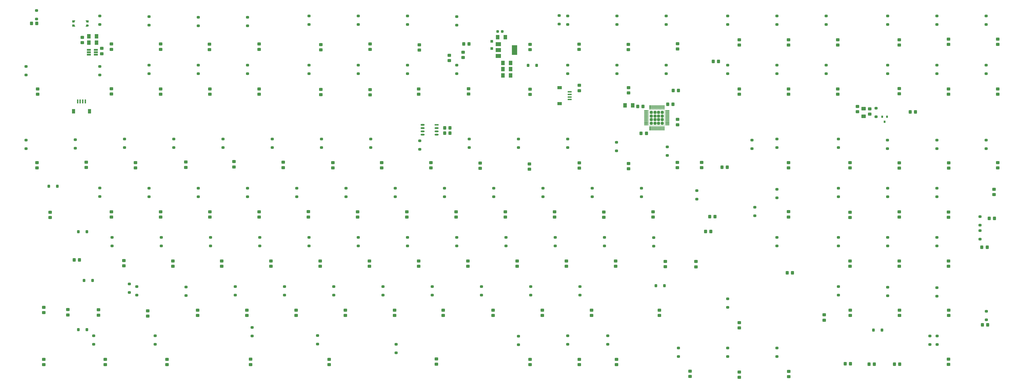
<source format=gbr>
G04 #@! TF.GenerationSoftware,KiCad,Pcbnew,(6.0.5)*
G04 #@! TF.CreationDate,2022-06-06T08:19:00-04:00*
G04 #@! TF.ProjectId,Boston-keyboard-V06-1D,426f7374-6f6e-42d6-9b65-79626f617264,rev?*
G04 #@! TF.SameCoordinates,Original*
G04 #@! TF.FileFunction,Paste,Bot*
G04 #@! TF.FilePolarity,Positive*
%FSLAX46Y46*%
G04 Gerber Fmt 4.6, Leading zero omitted, Abs format (unit mm)*
G04 Created by KiCad (PCBNEW (6.0.5)) date 2022-06-06 08:19:00*
%MOMM*%
%LPD*%
G01*
G04 APERTURE LIST*
G04 Aperture macros list*
%AMRoundRect*
0 Rectangle with rounded corners*
0 $1 Rounding radius*
0 $2 $3 $4 $5 $6 $7 $8 $9 X,Y pos of 4 corners*
0 Add a 4 corners polygon primitive as box body*
4,1,4,$2,$3,$4,$5,$6,$7,$8,$9,$2,$3,0*
0 Add four circle primitives for the rounded corners*
1,1,$1+$1,$2,$3*
1,1,$1+$1,$4,$5*
1,1,$1+$1,$6,$7*
1,1,$1+$1,$8,$9*
0 Add four rect primitives between the rounded corners*
20,1,$1+$1,$2,$3,$4,$5,0*
20,1,$1+$1,$4,$5,$6,$7,0*
20,1,$1+$1,$6,$7,$8,$9,0*
20,1,$1+$1,$8,$9,$2,$3,0*%
%AMFreePoly0*
4,1,30,0.525059,0.400000,0.532183,0.397025,0.539142,0.394142,0.539154,0.394113,0.539183,0.394101,0.542091,0.387023,0.545000,0.380000,0.545000,-0.380000,0.539142,-0.394142,0.525000,-0.400000,-0.650000,-0.400000,-0.664142,-0.394142,-0.670000,-0.380000,-0.664142,-0.365858,-0.655245,-0.362173,-0.655309,-0.362083,-0.652804,-0.346982,-0.648525,-0.343921,-0.554181,-0.175756,-0.473638,0.004780,
-0.409952,0.191928,-0.364797,0.379387,-0.365041,0.380580,-0.365871,0.382599,-0.365592,0.383267,-0.365853,0.384541,-0.363693,0.387815,-0.359972,0.396724,-0.345813,0.402541,0.525059,0.400000,0.525059,0.400000,$1*%
%AMFreePoly1*
4,1,34,0.539142,0.394142,0.545000,0.380000,0.545000,-0.380000,0.542091,-0.387023,0.539183,-0.394101,0.539154,-0.394113,0.539142,-0.394142,0.532183,-0.397025,0.525059,-0.400000,-0.345813,-0.402541,-0.359972,-0.396724,-0.365871,-0.382599,-0.363699,-0.377313,-0.368760,-0.369759,-0.367711,-0.364454,-0.414942,-0.174744,-0.481229,0.014483,-0.564791,0.196743,-0.661662,0.364831,-0.664142,0.365858,
-0.665002,0.367933,-0.666846,0.369219,-0.667839,0.374782,-0.670000,0.380000,-0.669140,0.382076,-0.669535,0.384289,-0.666303,0.388925,-0.664142,0.394142,-0.662067,0.395002,-0.660781,0.396846,-0.655218,0.397839,-0.650000,0.400000,0.525000,0.400000,0.539142,0.394142,0.539142,0.394142,$1*%
%AMFreePoly2*
4,1,33,0.319736,0.407785,0.429772,0.357533,0.521194,0.278316,0.586594,0.176551,0.620674,0.060484,0.620674,-0.060484,0.586594,-0.176551,0.521194,-0.278316,0.429772,-0.357533,0.319736,-0.407785,0.199999,-0.425000,-0.575001,-0.424979,-0.592678,-0.417657,-0.600000,-0.399978,-0.592678,-0.382301,-0.590148,-0.381253,-0.588853,-0.372454,-0.584377,-0.369127,-0.488092,-0.190005,-0.406501,0.001887,
-0.342723,0.200411,-0.298808,0.397122,-0.300000,0.400000,-0.299129,0.402104,-0.299623,0.404329,-0.295567,0.410704,-0.292678,0.417678,-0.290574,0.418549,-0.289351,0.420472,-0.281976,0.422110,-0.275000,0.425000,0.200000,0.425000,0.319736,0.407785,0.319736,0.407785,$1*%
G04 Aperture macros list end*
%ADD10RoundRect,0.249999X-0.325001X-0.450001X0.325001X-0.450001X0.325001X0.450001X-0.325001X0.450001X0*%
%ADD11RoundRect,0.250000X-0.350000X0.250000X-0.350000X-0.250000X0.350000X-0.250000X0.350000X0.250000X0*%
%ADD12RoundRect,0.249999X0.325001X0.450001X-0.325001X0.450001X-0.325001X-0.450001X0.325001X-0.450001X0*%
%ADD13RoundRect,0.249999X-0.450001X0.325001X-0.450001X-0.325001X0.450001X-0.325001X0.450001X0.325001X0*%
%ADD14RoundRect,0.250001X-0.462499X-0.624999X0.462499X-0.624999X0.462499X0.624999X-0.462499X0.624999X0*%
%ADD15RoundRect,0.250000X0.250000X0.350000X-0.250000X0.350000X-0.250000X-0.350000X0.250000X-0.350000X0*%
%ADD16RoundRect,0.250000X0.325000X0.450000X-0.325000X0.450000X-0.325000X-0.450000X0.325000X-0.450000X0*%
%ADD17RoundRect,0.249999X0.450001X-0.325001X0.450001X0.325001X-0.450001X0.325001X-0.450001X-0.325001X0*%
%ADD18R,2.000000X1.500000*%
%ADD19R,2.000000X3.800000*%
%ADD20R,1.550000X0.600000*%
%ADD21RoundRect,0.300000X0.475000X0.000000X-0.475000X0.000000X-0.475000X0.000000X0.475000X0.000000X0*%
%ADD22RoundRect,0.250000X-0.450000X0.325000X-0.450000X-0.325000X0.450000X-0.325000X0.450000X0.325000X0*%
%ADD23R,1.100000X1.100000*%
%ADD24R,1.800000X1.200000*%
%ADD25RoundRect,0.237500X0.287500X0.237500X-0.287500X0.237500X-0.287500X-0.237500X0.287500X-0.237500X0*%
%ADD26RoundRect,0.250001X-0.624999X0.462499X-0.624999X-0.462499X0.624999X-0.462499X0.624999X0.462499X0*%
%ADD27RoundRect,0.250000X0.450000X-0.325000X0.450000X0.325000X-0.450000X0.325000X-0.450000X-0.325000X0*%
%ADD28RoundRect,0.075000X0.662500X0.075000X-0.662500X0.075000X-0.662500X-0.075000X0.662500X-0.075000X0*%
%ADD29RoundRect,0.075000X0.075000X0.662500X-0.075000X0.662500X-0.075000X-0.662500X0.075000X-0.662500X0*%
%ADD30RoundRect,0.250000X-0.325000X-0.450000X0.325000X-0.450000X0.325000X0.450000X-0.325000X0.450000X0*%
%ADD31R,1.560000X0.650000*%
%ADD32R,0.600000X1.550000*%
%ADD33R,1.200000X1.800000*%
%ADD34RoundRect,0.250000X0.315000X0.315000X-0.315000X0.315000X-0.315000X-0.315000X0.315000X-0.315000X0*%
%ADD35RoundRect,0.062500X0.375000X0.062500X-0.375000X0.062500X-0.375000X-0.062500X0.375000X-0.062500X0*%
%ADD36RoundRect,0.062500X0.062500X0.375000X-0.062500X0.375000X-0.062500X-0.375000X0.062500X-0.375000X0*%
%ADD37FreePoly0,180.000000*%
%ADD38FreePoly1,180.000000*%
%ADD39FreePoly2,0.000000*%
%ADD40FreePoly1,0.000000*%
%ADD41R,0.800000X0.900000*%
G04 APERTURE END LIST*
D10*
X374855000Y-168121250D03*
X376905000Y-168121250D03*
D11*
X124578750Y-100113750D03*
X124578750Y-103413750D03*
D12*
X78625000Y-127900000D03*
X76575000Y-127900000D03*
D13*
X148153125Y-109311250D03*
X148153125Y-111361250D03*
D14*
X240412500Y-41625000D03*
X243387500Y-41625000D03*
D11*
X238878750Y-100113750D03*
X238878750Y-103413750D03*
D15*
X255450000Y-52600000D03*
X252150000Y-52600000D03*
D14*
X242412500Y-56425000D03*
X245387500Y-56425000D03*
D16*
X221955000Y-78800000D03*
X219905000Y-78800000D03*
D11*
X97908750Y-137261250D03*
X97908750Y-140561250D03*
D13*
X262453125Y-109311250D03*
X262453125Y-111361250D03*
D11*
X286503750Y-52488750D03*
X286503750Y-55788750D03*
D13*
X157440000Y-90102500D03*
X157440000Y-92152500D03*
X67220000Y-109470000D03*
X67220000Y-111520000D03*
X252690000Y-90737500D03*
X252690000Y-92787500D03*
D17*
X290975000Y-46500000D03*
X290975000Y-44450000D03*
D13*
X190777500Y-128361250D03*
X190777500Y-130411250D03*
D11*
X224591250Y-52488750D03*
X224591250Y-55788750D03*
D17*
X252925000Y-46450000D03*
X252925000Y-44400000D03*
D13*
X276740625Y-147411250D03*
X276740625Y-149461250D03*
D18*
X240650000Y-48925000D03*
X240650000Y-46625000D03*
D19*
X246950000Y-46625000D03*
D18*
X240650000Y-44325000D03*
D11*
X276978750Y-100113750D03*
X276978750Y-103413750D03*
D13*
X414853125Y-61686250D03*
X414853125Y-63736250D03*
D11*
X348416250Y-81063750D03*
X348416250Y-84363750D03*
D13*
X171727500Y-128361250D03*
X171727500Y-130411250D03*
D14*
X242412500Y-54025000D03*
X245387500Y-54025000D03*
D13*
X209827500Y-128361250D03*
X209827500Y-130411250D03*
D11*
X57903750Y-52965000D03*
X57903750Y-56265000D03*
D20*
X216800000Y-75585000D03*
D21*
X216800000Y-76855000D03*
X216800000Y-78125000D03*
X216800000Y-79395000D03*
X211400000Y-79395000D03*
X211400000Y-78125000D03*
X211400000Y-76855000D03*
X211400000Y-75585000D03*
D22*
X87200000Y-46000000D03*
X87200000Y-48050000D03*
D11*
X348416250Y-33438750D03*
X348416250Y-36738750D03*
X76953750Y-81318750D03*
X76953750Y-84618750D03*
D13*
X243403125Y-109311250D03*
X243403125Y-111361250D03*
D11*
X115053750Y-81063750D03*
X115053750Y-84363750D03*
D13*
X152677500Y-128361250D03*
X152677500Y-130411250D03*
X352940625Y-42636250D03*
X352940625Y-44686250D03*
D23*
X238150000Y-43225000D03*
X238150000Y-46025000D03*
D11*
X205541250Y-52488750D03*
X205541250Y-55788750D03*
D14*
X82262500Y-41325000D03*
X85237500Y-41325000D03*
D11*
X243641250Y-119163750D03*
X243641250Y-122463750D03*
D13*
X433903125Y-42398125D03*
X433903125Y-44448125D03*
X219352500Y-147411250D03*
X219352500Y-149461250D03*
D17*
X271900000Y-46375000D03*
X271900000Y-44325000D03*
D11*
X329366250Y-33438750D03*
X329366250Y-36738750D03*
X172203750Y-81063750D03*
X172203750Y-84363750D03*
D13*
X302934375Y-147411250D03*
X302934375Y-149461250D03*
X81240000Y-90075000D03*
X81240000Y-92125000D03*
D11*
X219828750Y-100113750D03*
X219828750Y-103413750D03*
D13*
X228877500Y-128361250D03*
X228877500Y-130411250D03*
D22*
X309950000Y-90165000D03*
X309950000Y-92215000D03*
D13*
X110053125Y-109311250D03*
X110053125Y-111361250D03*
X333900000Y-171325000D03*
X333900000Y-173375000D03*
X138390000Y-89857500D03*
X138390000Y-91907500D03*
D11*
X57903750Y-81540000D03*
X57903750Y-84840000D03*
D13*
X64800000Y-146300000D03*
X64800000Y-148350000D03*
X414850000Y-166325000D03*
X414850000Y-168375000D03*
D11*
X167441250Y-119163750D03*
X167441250Y-122463750D03*
D15*
X304950000Y-137925000D03*
X301650000Y-137925000D03*
D17*
X110053125Y-46353125D03*
X110053125Y-44303125D03*
D11*
X410328750Y-100113750D03*
X410328750Y-103413750D03*
D10*
X320800625Y-116924375D03*
X322850625Y-116924375D03*
D16*
X296625000Y-68500000D03*
X294575000Y-68500000D03*
D17*
X210060000Y-46630000D03*
X210060000Y-44580000D03*
D13*
X352940625Y-109238750D03*
X352940625Y-111288750D03*
D11*
X61975000Y-31275000D03*
X61975000Y-34575000D03*
D13*
X281503125Y-109383750D03*
X281503125Y-111433750D03*
X129103125Y-61686250D03*
X129103125Y-63736250D03*
X353020000Y-171075000D03*
X353020000Y-173125000D03*
D11*
X367466250Y-33438750D03*
X367466250Y-36738750D03*
D13*
X95819600Y-128139000D03*
X95819600Y-130189000D03*
D11*
X143628750Y-33915000D03*
X143628750Y-37215000D03*
D13*
X352950000Y-90250000D03*
X352950000Y-92300000D03*
X395803125Y-61520625D03*
X395803125Y-63570625D03*
X91003125Y-61613750D03*
X91003125Y-63663750D03*
X333890625Y-42636250D03*
X333890625Y-44686250D03*
D22*
X366700000Y-149200000D03*
X366700000Y-151250000D03*
D11*
X429500000Y-147775000D03*
X429500000Y-151075000D03*
D13*
X266977500Y-128361250D03*
X266977500Y-130411250D03*
X86002500Y-147252500D03*
X86002500Y-149302500D03*
X414900000Y-147375000D03*
X414900000Y-149425000D03*
D11*
X205541250Y-33438750D03*
X205541250Y-36738750D03*
D13*
X352940625Y-61686250D03*
X352940625Y-63736250D03*
D11*
X317460000Y-101066250D03*
X317460000Y-104366250D03*
D13*
X124340625Y-147411250D03*
X124340625Y-149461250D03*
D11*
X124578750Y-52488750D03*
X124578750Y-55788750D03*
D22*
X79675000Y-41700000D03*
X79675000Y-43750000D03*
D11*
X84097500Y-157263750D03*
X84097500Y-160563750D03*
D13*
X229115625Y-61613750D03*
X229115625Y-63663750D03*
X333900000Y-152175000D03*
X333900000Y-154225000D03*
D20*
X268275000Y-65800000D03*
X268275000Y-64800000D03*
X268275000Y-63800000D03*
X268275000Y-62800000D03*
D24*
X264400000Y-67400000D03*
X264400000Y-61200000D03*
D13*
X62428125Y-61686250D03*
X62428125Y-63736250D03*
X186253125Y-109311250D03*
X186253125Y-111361250D03*
D15*
X81461250Y-117003750D03*
X78161250Y-117003750D03*
D13*
X214590000Y-90261250D03*
X214590000Y-92311250D03*
D11*
X348416250Y-162026250D03*
X348416250Y-165326250D03*
X124578750Y-33915000D03*
X124578750Y-37215000D03*
D25*
X242175000Y-39400000D03*
X240425000Y-39400000D03*
D13*
X271978125Y-60300000D03*
X271978125Y-62350000D03*
D10*
X427718750Y-123036250D03*
X429768750Y-123036250D03*
D11*
X91241250Y-119163750D03*
X91241250Y-122463750D03*
D10*
X322467500Y-111130000D03*
X324517500Y-111130000D03*
D13*
X433850000Y-90250000D03*
X433850000Y-92300000D03*
D11*
X339900000Y-107550000D03*
X339900000Y-110850000D03*
X119816250Y-138435000D03*
X119816250Y-141735000D03*
D10*
X352425000Y-132875000D03*
X354475000Y-132875000D03*
D13*
X129103125Y-109311250D03*
X129103125Y-111361250D03*
D11*
X296028750Y-100113750D03*
X296028750Y-103413750D03*
D13*
X64809375Y-166461250D03*
X64809375Y-168511250D03*
D11*
X86478750Y-52965000D03*
X86478750Y-56265000D03*
D10*
X308275000Y-62275000D03*
X310325000Y-62275000D03*
D13*
X395803125Y-109311250D03*
X395803125Y-111361250D03*
X317140000Y-128545000D03*
X317140000Y-130595000D03*
D11*
X329366250Y-142976250D03*
X329366250Y-146276250D03*
D26*
X382000000Y-69312500D03*
X382000000Y-72287500D03*
D11*
X348416250Y-119163750D03*
X348416250Y-122463750D03*
X429378750Y-52488750D03*
X429378750Y-55788750D03*
D13*
X171965625Y-61851875D03*
X171965625Y-63901875D03*
X162440625Y-147411250D03*
X162440625Y-149461250D03*
X376753125Y-90261250D03*
X376753125Y-92311250D03*
X247927500Y-128361250D03*
X247927500Y-130411250D03*
X200540625Y-147411250D03*
X200540625Y-149461250D03*
D11*
X306020000Y-84180000D03*
X306020000Y-87480000D03*
X129341250Y-119163750D03*
X129341250Y-122463750D03*
D27*
X310030000Y-75560000D03*
X310030000Y-73510000D03*
D13*
X114717200Y-128361250D03*
X114717200Y-130411250D03*
X395803125Y-128361250D03*
X395803125Y-130411250D03*
X205303125Y-109311250D03*
X205303125Y-111361250D03*
D17*
X191015625Y-46353125D03*
X191015625Y-44303125D03*
D13*
X333890625Y-61686250D03*
X333890625Y-63736250D03*
D11*
X329366250Y-162026250D03*
X329366250Y-165326250D03*
X372228750Y-100113750D03*
X372228750Y-103413750D03*
X338800000Y-81550000D03*
X338800000Y-84850000D03*
D13*
X224353125Y-109311250D03*
X224353125Y-111361250D03*
D11*
X176966250Y-138213750D03*
X176966250Y-141513750D03*
X248403750Y-81063750D03*
X248403750Y-84363750D03*
X138866250Y-138213750D03*
X138866250Y-141513750D03*
D14*
X289642500Y-68085000D03*
X292617500Y-68085000D03*
D13*
X286027500Y-128361250D03*
X286027500Y-130411250D03*
X271978125Y-166461250D03*
X271978125Y-168511250D03*
D10*
X384062500Y-168280000D03*
X386112500Y-168280000D03*
D13*
X133627500Y-128361250D03*
X133627500Y-130411250D03*
X105052500Y-147649375D03*
X105052500Y-149699375D03*
D11*
X372228750Y-138213750D03*
X372228750Y-141513750D03*
D13*
X167203125Y-109238750D03*
X167203125Y-111288750D03*
D11*
X305553750Y-33438750D03*
X305553750Y-36738750D03*
D13*
X395803125Y-42636250D03*
X395803125Y-44686250D03*
D11*
X391278750Y-52488750D03*
X391278750Y-55788750D03*
X281741250Y-119163750D03*
X281741250Y-122463750D03*
X286410000Y-82375000D03*
X286410000Y-85675000D03*
D13*
X181490625Y-147411250D03*
X181490625Y-149461250D03*
X432450000Y-100535000D03*
X432450000Y-102585000D03*
D11*
X210250000Y-81775000D03*
X210250000Y-85075000D03*
X348416250Y-52488750D03*
X348416250Y-55788750D03*
D13*
X314790000Y-170990000D03*
X314790000Y-173040000D03*
D11*
X267453750Y-157263750D03*
X267453750Y-160563750D03*
X224591250Y-33693750D03*
X224591250Y-36993750D03*
D13*
X195540000Y-90261250D03*
X195540000Y-92311250D03*
X74096250Y-147173125D03*
X74096250Y-149223125D03*
D11*
X257928750Y-100113750D03*
X257928750Y-103413750D03*
D13*
X143390625Y-147411250D03*
X143390625Y-149461250D03*
D11*
X186491250Y-119163750D03*
X186491250Y-122463750D03*
D13*
X371990625Y-61686250D03*
X371990625Y-63736250D03*
X371990625Y-42636250D03*
X371990625Y-44686250D03*
D11*
X186491250Y-52488750D03*
X186491250Y-55788750D03*
X391278750Y-119163750D03*
X391278750Y-122463750D03*
X215066250Y-138213750D03*
X215066250Y-141513750D03*
D13*
X395800000Y-90300000D03*
X395800000Y-92350000D03*
X291000000Y-61175000D03*
X291000000Y-63225000D03*
X238640625Y-147411250D03*
X238640625Y-149461250D03*
D14*
X242412500Y-51625000D03*
X245387500Y-51625000D03*
D11*
X348416250Y-100590000D03*
X348416250Y-103890000D03*
D22*
X319325000Y-90150000D03*
X319325000Y-92200000D03*
D13*
X175200000Y-166400000D03*
X175200000Y-168450000D03*
D11*
X391200000Y-81540000D03*
X391200000Y-84840000D03*
D13*
X414875000Y-90300000D03*
X414875000Y-92350000D03*
D17*
X171965625Y-46591250D03*
X171965625Y-44541250D03*
D11*
X429378750Y-33438750D03*
X429378750Y-36738750D03*
X196016250Y-138213750D03*
X196016250Y-141513750D03*
X283000000Y-157263750D03*
X283000000Y-160563750D03*
X410328750Y-33438750D03*
X410328750Y-36738750D03*
D13*
X209827500Y-61686250D03*
X209827500Y-63736250D03*
D11*
X410400000Y-157350000D03*
X410400000Y-160650000D03*
D15*
X389050000Y-155100000D03*
X385750000Y-155100000D03*
D11*
X167441250Y-33438750D03*
X167441250Y-36738750D03*
D28*
X306122500Y-70120000D03*
X306122500Y-70620000D03*
X306122500Y-71120000D03*
X306122500Y-71620000D03*
X306122500Y-72120000D03*
X306122500Y-72620000D03*
X306122500Y-73120000D03*
X306122500Y-73620000D03*
X306122500Y-74120000D03*
X306122500Y-74620000D03*
X306122500Y-75120000D03*
X306122500Y-75620000D03*
D29*
X304710000Y-77032500D03*
X304210000Y-77032500D03*
X303710000Y-77032500D03*
X303210000Y-77032500D03*
X302710000Y-77032500D03*
X302210000Y-77032500D03*
X301710000Y-77032500D03*
X301210000Y-77032500D03*
X300710000Y-77032500D03*
X300210000Y-77032500D03*
X299710000Y-77032500D03*
X299210000Y-77032500D03*
D28*
X297797500Y-75620000D03*
X297797500Y-75120000D03*
X297797500Y-74620000D03*
X297797500Y-74120000D03*
X297797500Y-73620000D03*
X297797500Y-73120000D03*
X297797500Y-72620000D03*
X297797500Y-72120000D03*
X297797500Y-71620000D03*
X297797500Y-71120000D03*
X297797500Y-70620000D03*
X297797500Y-70120000D03*
D29*
X299210000Y-68707500D03*
X299710000Y-68707500D03*
X300210000Y-68707500D03*
X300710000Y-68707500D03*
X301210000Y-68707500D03*
X301710000Y-68707500D03*
X302210000Y-68707500D03*
X302710000Y-68707500D03*
X303210000Y-68707500D03*
X303710000Y-68707500D03*
X304210000Y-68707500D03*
X304710000Y-68707500D03*
D22*
X144820000Y-166390000D03*
X144820000Y-168440000D03*
D11*
X153153750Y-81063750D03*
X153153750Y-84363750D03*
X200778750Y-100113750D03*
X200778750Y-103413750D03*
X234116250Y-138213750D03*
X234116250Y-141513750D03*
X372228750Y-81063750D03*
X372228750Y-84363750D03*
X391278750Y-138468750D03*
X391278750Y-141768750D03*
D17*
X128865000Y-46425625D03*
X128865000Y-44375625D03*
D11*
X186491250Y-33438750D03*
X186491250Y-36738750D03*
X267453750Y-81063750D03*
X267453750Y-84363750D03*
X110291250Y-119163750D03*
X110291250Y-122463750D03*
D13*
X376753125Y-128361250D03*
X376753125Y-130411250D03*
D11*
X100766250Y-138213750D03*
X100766250Y-141513750D03*
D22*
X384300000Y-69400000D03*
X384300000Y-71450000D03*
D11*
X372228750Y-119163750D03*
X372228750Y-122463750D03*
X429378750Y-81540000D03*
X429378750Y-84840000D03*
X229353750Y-81063750D03*
X229353750Y-84363750D03*
X329366250Y-52488750D03*
X329366250Y-55788750D03*
X391278750Y-33438750D03*
X391278750Y-36738750D03*
D13*
X300553125Y-109311250D03*
X300553125Y-111361250D03*
X88621875Y-166461250D03*
X88621875Y-168511250D03*
D12*
X432595000Y-111820000D03*
X430545000Y-111820000D03*
D11*
X157916250Y-138213750D03*
X157916250Y-141513750D03*
D15*
X81450000Y-154900000D03*
X78150000Y-154900000D03*
D30*
X219890000Y-76760000D03*
X221940000Y-76760000D03*
D15*
X70031250Y-99382500D03*
X66731250Y-99382500D03*
X83650000Y-135900000D03*
X80350000Y-135900000D03*
D10*
X393905000Y-168280000D03*
X395955000Y-168280000D03*
D13*
X110053125Y-61686250D03*
X110053125Y-63736250D03*
D11*
X167441250Y-52488750D03*
X167441250Y-55788750D03*
D30*
X295885000Y-78875000D03*
X297935000Y-78875000D03*
D13*
X414853125Y-109383750D03*
X414853125Y-111433750D03*
D11*
X367466250Y-52488750D03*
X367466250Y-55788750D03*
D13*
X305240000Y-128525000D03*
X305240000Y-130575000D03*
X119750000Y-90025000D03*
X119750000Y-92075000D03*
D27*
X379590000Y-70505000D03*
X379590000Y-68455000D03*
D13*
X414853125Y-128361250D03*
X414853125Y-130411250D03*
D16*
X308225000Y-67625000D03*
X306175000Y-67625000D03*
D31*
X84971250Y-46521250D03*
X84971250Y-47471250D03*
X84971250Y-48421250D03*
X82271250Y-48421250D03*
X82271250Y-47471250D03*
X82271250Y-46521250D03*
D14*
X82237500Y-43725000D03*
X85212500Y-43725000D03*
D11*
X264200000Y-33300000D03*
X264200000Y-36600000D03*
X205541250Y-119163750D03*
X205541250Y-122463750D03*
X386800000Y-69150000D03*
X386800000Y-72450000D03*
D13*
X257690625Y-147411250D03*
X257690625Y-149461250D03*
D11*
X170720000Y-157211000D03*
X170720000Y-160511000D03*
D27*
X221720000Y-50695000D03*
X221720000Y-48645000D03*
D11*
X272216250Y-138213750D03*
X272216250Y-141513750D03*
D13*
X191015625Y-61924375D03*
X191015625Y-63974375D03*
X376753125Y-109476875D03*
X376753125Y-111526875D03*
D11*
X96003750Y-81063750D03*
X96003750Y-84363750D03*
D13*
X252900000Y-61795000D03*
X252900000Y-63845000D03*
D32*
X80900000Y-66500000D03*
X79900000Y-66500000D03*
X78900000Y-66500000D03*
X77900000Y-66500000D03*
D33*
X76300000Y-70375000D03*
X82500000Y-70375000D03*
D11*
X191253750Y-81063750D03*
X191253750Y-84363750D03*
X253166250Y-138213750D03*
X253166250Y-141513750D03*
X407600000Y-157350000D03*
X407600000Y-160650000D03*
X410328750Y-81540000D03*
X410328750Y-84840000D03*
X107910000Y-157263750D03*
X107910000Y-160563750D03*
X201100000Y-160575000D03*
X201100000Y-163875000D03*
D17*
X310000000Y-46200000D03*
X310000000Y-44150000D03*
D13*
X233610000Y-90415000D03*
X233610000Y-92465000D03*
X376800000Y-147375000D03*
X376800000Y-149425000D03*
D11*
X427000000Y-116550000D03*
X427000000Y-119850000D03*
X86478750Y-33438750D03*
X86478750Y-36738750D03*
D13*
X176648750Y-90261250D03*
X176648750Y-92311250D03*
D11*
X162678750Y-100113750D03*
X162678750Y-103413750D03*
X267453750Y-33438750D03*
X267453750Y-36738750D03*
X410328750Y-52488750D03*
X410328750Y-55788750D03*
D13*
X112434375Y-166461250D03*
X112434375Y-168511250D03*
D16*
X62100000Y-36275000D03*
X60050000Y-36275000D03*
D11*
X224591250Y-119163750D03*
X224591250Y-122463750D03*
D34*
X299860000Y-73570000D03*
X304060000Y-73570000D03*
X304060000Y-72170000D03*
X304060000Y-74970000D03*
X299860000Y-70770000D03*
X302660000Y-72170000D03*
X301260000Y-70770000D03*
X301260000Y-74970000D03*
X301260000Y-73570000D03*
X304060000Y-70770000D03*
X302660000Y-70770000D03*
X299860000Y-72170000D03*
X299860000Y-74970000D03*
X302660000Y-73570000D03*
X301260000Y-72170000D03*
X302660000Y-74970000D03*
D35*
X305397500Y-70120000D03*
X305397500Y-70620000D03*
X305397500Y-71120000D03*
X305397500Y-71620000D03*
X305397500Y-72120000D03*
X305397500Y-72620000D03*
X305397500Y-73120000D03*
X305397500Y-73620000D03*
X305397500Y-74120000D03*
X305397500Y-74620000D03*
X305397500Y-75120000D03*
X305397500Y-75620000D03*
D36*
X304710000Y-76307500D03*
X304210000Y-76307500D03*
X303710000Y-76307500D03*
X303210000Y-76307500D03*
X302710000Y-76307500D03*
X302210000Y-76307500D03*
X301710000Y-76307500D03*
X301210000Y-76307500D03*
X300710000Y-76307500D03*
X300210000Y-76307500D03*
X299710000Y-76307500D03*
X299210000Y-76307500D03*
D35*
X298522500Y-75620000D03*
X298522500Y-75120000D03*
X298522500Y-74620000D03*
X298522500Y-74120000D03*
X298522500Y-73620000D03*
X298522500Y-73120000D03*
X298522500Y-72620000D03*
X298522500Y-72120000D03*
X298522500Y-71620000D03*
X298522500Y-71120000D03*
X298522500Y-70620000D03*
X298522500Y-70120000D03*
D36*
X299210000Y-69432500D03*
X299710000Y-69432500D03*
X300210000Y-69432500D03*
X300710000Y-69432500D03*
X301210000Y-69432500D03*
X301710000Y-69432500D03*
X302210000Y-69432500D03*
X302710000Y-69432500D03*
X303210000Y-69432500D03*
X303710000Y-69432500D03*
X304210000Y-69432500D03*
X304710000Y-69432500D03*
D11*
X145373000Y-154117000D03*
X145373000Y-157417000D03*
D13*
X395850000Y-147375000D03*
X395850000Y-149425000D03*
D11*
X300800000Y-119250000D03*
X300800000Y-122550000D03*
D13*
X252928125Y-166461250D03*
X252928125Y-168511250D03*
D11*
X105528750Y-100113750D03*
X105528750Y-103413750D03*
D37*
X76333000Y-35575000D03*
D38*
X76358400Y-37175000D03*
D39*
X81565400Y-37175000D03*
D40*
X81641600Y-35575000D03*
D13*
X91003125Y-109311250D03*
X91003125Y-111361250D03*
D30*
X323775000Y-51000000D03*
X325825000Y-51000000D03*
D13*
X62190000Y-90261250D03*
X62190000Y-92311250D03*
D11*
X181728750Y-100113750D03*
X181728750Y-103413750D03*
D13*
X291050000Y-90595000D03*
X291050000Y-92645000D03*
D27*
X227040000Y-49515000D03*
X227040000Y-47465000D03*
D13*
X286370400Y-166433200D03*
X286370400Y-168483200D03*
D11*
X267453750Y-52488750D03*
X267453750Y-55788750D03*
X310316250Y-162026250D03*
X310316250Y-165326250D03*
X134103750Y-81063750D03*
X134103750Y-84363750D03*
X86478750Y-100090000D03*
X86478750Y-103390000D03*
D22*
X216710000Y-166240000D03*
X216710000Y-168290000D03*
D13*
X272010000Y-90305000D03*
X272010000Y-92355000D03*
X433903125Y-61686250D03*
X433903125Y-63736250D03*
D41*
X389150000Y-72425000D03*
X391050000Y-72425000D03*
X390100000Y-74425000D03*
D13*
X100290000Y-90261250D03*
X100290000Y-92311250D03*
D11*
X148391250Y-119163750D03*
X148391250Y-122463750D03*
X305553750Y-52488750D03*
X305553750Y-55788750D03*
X105528750Y-52488750D03*
X105528750Y-55788750D03*
X143628750Y-100113750D03*
X143628750Y-103413750D03*
X262691250Y-119163750D03*
X262691250Y-122463750D03*
X410328750Y-138690000D03*
X410328750Y-141990000D03*
D17*
X148153125Y-46353125D03*
X148153125Y-44303125D03*
X91003125Y-46353125D03*
X91003125Y-44303125D03*
D13*
X414853125Y-42398125D03*
X414853125Y-44448125D03*
X148153125Y-61686250D03*
X148153125Y-63736250D03*
D16*
X402025000Y-70625000D03*
X399975000Y-70625000D03*
D30*
X327200000Y-92025000D03*
X329250000Y-92025000D03*
D11*
X248403750Y-157485000D03*
X248403750Y-160785000D03*
D10*
X427925000Y-153050000D03*
X429975000Y-153050000D03*
D11*
X410328750Y-119163750D03*
X410328750Y-122463750D03*
X427000000Y-111150000D03*
X427000000Y-114450000D03*
X391278750Y-100113750D03*
X391278750Y-103413750D03*
X286503750Y-33438750D03*
X286503750Y-36738750D03*
X143628750Y-52488750D03*
X143628750Y-55788750D03*
D10*
X227275000Y-44225000D03*
X229325000Y-44225000D03*
D11*
X105528750Y-33693750D03*
X105528750Y-36993750D03*
M02*

</source>
